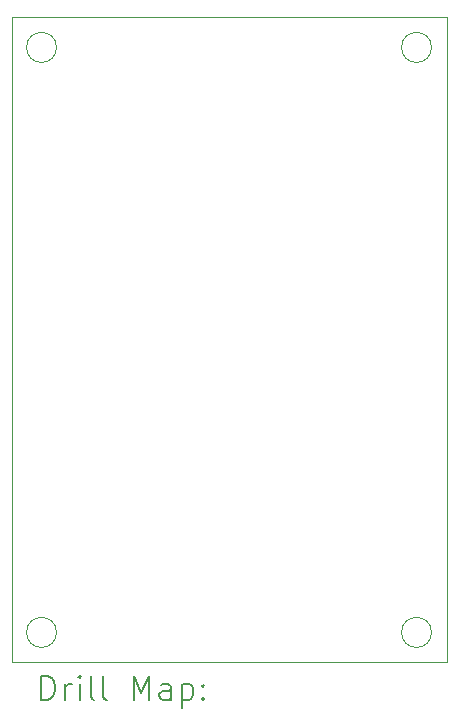
<source format=gbr>
%FSLAX45Y45*%
G04 Gerber Fmt 4.5, Leading zero omitted, Abs format (unit mm)*
G04 Created by KiCad (PCBNEW (6.0.4)) date 2022-04-18 10:49:24*
%MOMM*%
%LPD*%
G01*
G04 APERTURE LIST*
%TA.AperFunction,Profile*%
%ADD10C,0.100000*%
%TD*%
%ADD11C,0.200000*%
G04 APERTURE END LIST*
D10*
X11049000Y-6477000D02*
X14732000Y-6477000D01*
X14732000Y-6477000D02*
X14732000Y-11938000D01*
X14732000Y-11938000D02*
X11049000Y-11938000D01*
X11049000Y-11938000D02*
X11049000Y-6477000D01*
X14605000Y-11684000D02*
G75*
G03*
X14605000Y-11684000I-127000J0D01*
G01*
X14605000Y-6731000D02*
G75*
G03*
X14605000Y-6731000I-127000J0D01*
G01*
X11430000Y-6731000D02*
G75*
G03*
X11430000Y-6731000I-127000J0D01*
G01*
X11430000Y-11684000D02*
G75*
G03*
X11430000Y-11684000I-127000J0D01*
G01*
D11*
X11301619Y-12253476D02*
X11301619Y-12053476D01*
X11349238Y-12053476D01*
X11377809Y-12063000D01*
X11396857Y-12082048D01*
X11406381Y-12101095D01*
X11415905Y-12139190D01*
X11415905Y-12167762D01*
X11406381Y-12205857D01*
X11396857Y-12224905D01*
X11377809Y-12243952D01*
X11349238Y-12253476D01*
X11301619Y-12253476D01*
X11501619Y-12253476D02*
X11501619Y-12120143D01*
X11501619Y-12158238D02*
X11511143Y-12139190D01*
X11520667Y-12129667D01*
X11539714Y-12120143D01*
X11558762Y-12120143D01*
X11625428Y-12253476D02*
X11625428Y-12120143D01*
X11625428Y-12053476D02*
X11615905Y-12063000D01*
X11625428Y-12072524D01*
X11634952Y-12063000D01*
X11625428Y-12053476D01*
X11625428Y-12072524D01*
X11749238Y-12253476D02*
X11730190Y-12243952D01*
X11720667Y-12224905D01*
X11720667Y-12053476D01*
X11854000Y-12253476D02*
X11834952Y-12243952D01*
X11825428Y-12224905D01*
X11825428Y-12053476D01*
X12082571Y-12253476D02*
X12082571Y-12053476D01*
X12149238Y-12196333D01*
X12215905Y-12053476D01*
X12215905Y-12253476D01*
X12396857Y-12253476D02*
X12396857Y-12148714D01*
X12387333Y-12129667D01*
X12368286Y-12120143D01*
X12330190Y-12120143D01*
X12311143Y-12129667D01*
X12396857Y-12243952D02*
X12377809Y-12253476D01*
X12330190Y-12253476D01*
X12311143Y-12243952D01*
X12301619Y-12224905D01*
X12301619Y-12205857D01*
X12311143Y-12186809D01*
X12330190Y-12177286D01*
X12377809Y-12177286D01*
X12396857Y-12167762D01*
X12492095Y-12120143D02*
X12492095Y-12320143D01*
X12492095Y-12129667D02*
X12511143Y-12120143D01*
X12549238Y-12120143D01*
X12568286Y-12129667D01*
X12577809Y-12139190D01*
X12587333Y-12158238D01*
X12587333Y-12215381D01*
X12577809Y-12234428D01*
X12568286Y-12243952D01*
X12549238Y-12253476D01*
X12511143Y-12253476D01*
X12492095Y-12243952D01*
X12673048Y-12234428D02*
X12682571Y-12243952D01*
X12673048Y-12253476D01*
X12663524Y-12243952D01*
X12673048Y-12234428D01*
X12673048Y-12253476D01*
X12673048Y-12129667D02*
X12682571Y-12139190D01*
X12673048Y-12148714D01*
X12663524Y-12139190D01*
X12673048Y-12129667D01*
X12673048Y-12148714D01*
M02*

</source>
